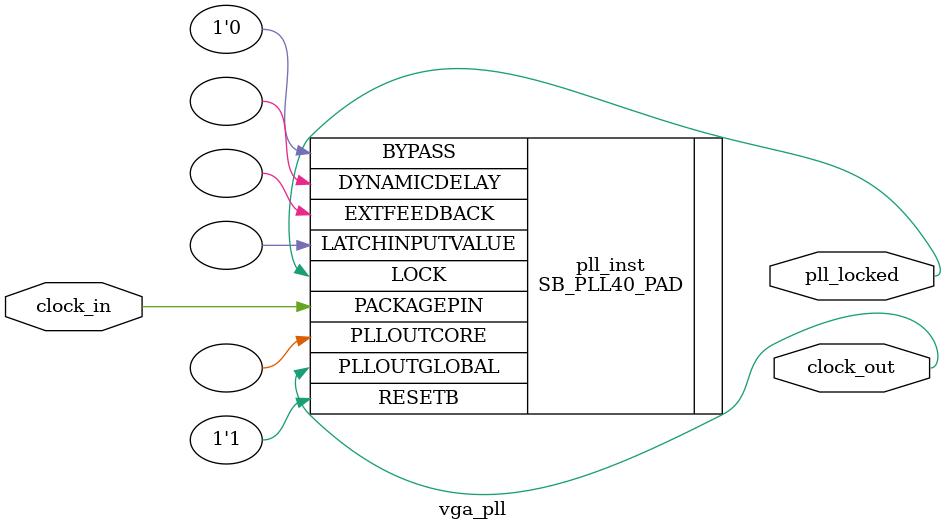
<source format=v>
/**
 * PLL configuration
 *
 * This Verilog module was generated automatically
 * using the icepll tool from the IceStorm project.
 * Use at your own risk.
 *
 * Given input frequency:       100.000 MHz
 * Requested output frequency:   25.175 MHz
 * Achieved output frequency:    25.312 MHz
 */

module vga_pll(
	input wire clock_in,
	output wire clock_out,
	output wire pll_locked
);

	SB_PLL40_PAD #(
		.DIVR(4'b1001),		// DIVR =  9
		.DIVF(7'b1010000),	// DIVF = 80
		.DIVQ(3'b101),		// DIVQ =  5
		.FILTER_RANGE(3'b001),	// FILTER_RANGE = 1
		.FEEDBACK_PATH("SIMPLE"),
		.DELAY_ADJUSTMENT_MODE_FEEDBACK("FIXED"),
		.FDA_FEEDBACK(4'b0000),
		.DELAY_ADJUSTMENT_MODE_RELATIVE("FIXED"),
		.FDA_RELATIVE(4'b0000),
		.SHIFTREG_DIV_MODE(2'b00),
		.PLLOUT_SELECT("GENCLK"),
		.ENABLE_ICEGATE(1'b0)
	) pll_inst (
		.PACKAGEPIN(clock_in),
		.PLLOUTCORE(),
		.PLLOUTGLOBAL(clock_out),
		.EXTFEEDBACK(),
		.DYNAMICDELAY(),
		.RESETB(1'b1),
		.BYPASS(1'b0),
		.LOCK(pll_locked),
		.LATCHINPUTVALUE(),
	);

endmodule

</source>
